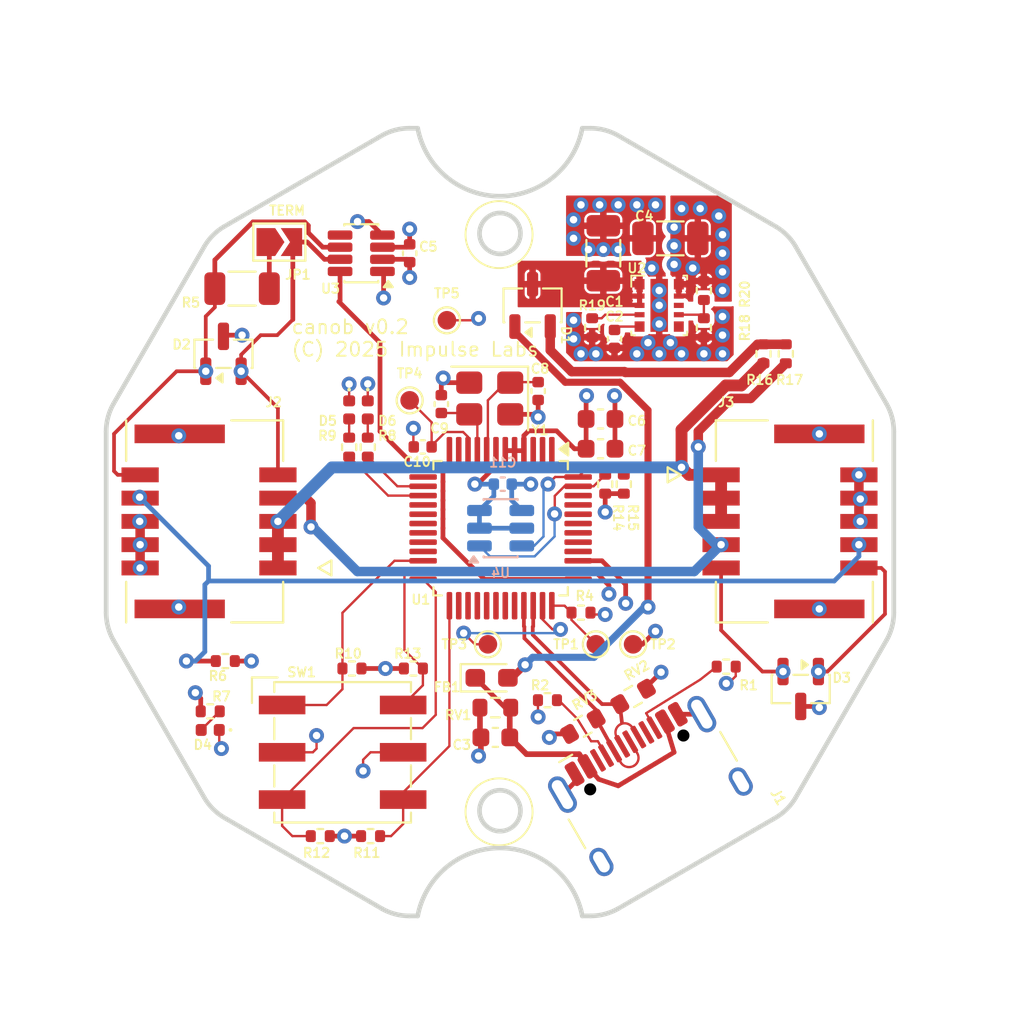
<source format=kicad_pcb>
(kicad_pcb (version 20241229) (generator "pcbnew") (generator_version "9.0")
  (layers (0 "F.Cu" signal "F.Cu Signal") (4 "In1.Cu" power "In1.Cu GND") (6 "In2.Cu" power "In2.Cu 3V3") (8 "In3.Cu" signal "In3.Cu Signal") (10 "In4.Cu" power "In4.Cu GND") (2 "B.Cu" signal "B.Cu Signal") (13 "F.Paste" user) (15 "B.Paste" user) (5 "F.SilkS" user "F.Silkscreen") (7 "B.SilkS" user "B.Silkscreen") (1 "F.Mask" user) (3 "B.Mask" user) (25 "Edge.Cuts" user))
  (net 0 "")
  (net 1 "+3V3")
  (net 2 "GND")
  (net 3 "+5V")
  (net 4 "/NRESET")
  (net 5 "/SWCLK")
  (net 6 "/RED_ANN")
  (net 7 "Net-(J1-CC2)")
  (net 8 "Net-(J1-CC1)")
  (net 9 "/GRN_ANN")
  (net 22 "/SW_B0")
  (net 23 "/SW_B1")
  (net 24 "/SW_B2")
  (net 25 "/SW_B3")
  (net 33 "/USB_N")
  (net 34 "/USB_P")
  (net 35 "/12V_PRI")
  (net 44 "/VBUS")
  (net 45 "/OSC_IN")
  (net 46 "/OSC_OUT")
  (net 47 "/CAN1_S")
  (net 48 "/CAN1_RX")
  (net 49 "/CAN1_TX")
  (net 50 "+12V")
  (net 51 "/12V_STBY")
  (net 52 "/SHIELD")
  (net 53 "/I2C_1_SCL")
  (net 54 "/I2C_1_SDA")
  (net 55 "Net-(JP1-A)")
  (net 56 "/VIN")
  (net 57 "Net-(U2-SS{slash}TR)")
  (net 58 "Net-(D4-A)")
  (net 59 "Net-(D5-A)")
  (net 60 "Net-(D6-A)")
  (net 61 "/CAN1_P")
  (net 62 "/CAN1_N")
  (net 63 "Net-(U2-FB{slash}VSET)")
  (net 64 "Net-(U2-MODE{slash}S-CONF)")
  (net 69 "Net-(U1A-PA14{slash}BOOT0)")
  (footprint "Resistor_SMD:R_0603_1608Metric" (layer "F.Cu") (at 166.6 83 180)
    (property "Reference" "RV1")
    (property "Value" "CG0603MLC-05LE")
  )
  (footprint "Package_TO_SOT_SMD:SOT-23-3" (layer "F.Cu") (at 168.6 61.4 90)
    (property "Reference" "D1")
    (property "Value" "SB05W05C")
  )
  (footprint "Button_Switch_SMD:Nidec_Copal_SH-7010A" (layer "F.Cu") (at 158.4 85.4)
    (property "Reference" "SW1")
    (property "Value" "SW_Coded_SH-7010")
  )
  (footprint "Resistor_SMD:R_0402_1005Metric" (layer "F.Cu") (at 172.5 71 90)
    (property "Reference" "R14")
    (property "Value" "2K2")
  )
  (footprint "LED_SMD:LED_0402_1005Metric" (layer "F.Cu") (at 151.29 84.2 180)
    (property "Reference" "D4")
    (property "Value" "YEL")
  )
  (footprint "Diode_SMD:D_0603_1608Metric_Pad1.05x0.95mm_HandSolder" (layer "F.Cu") (at 166.4 81.4)
    (property "Reference" "FB1")
    (property "Value" "FerriteBead_Small")
  )
  (footprint "Resistor_SMD:R_0402_1005Metric" (layer "F.Cu") (at 171.8 62.6 -90)
    (property "Reference" "R19")
    (property "Value" "40K2")
  )
  (footprint "canob:uSIP11_SIS_TEX" (layer "F.Cu") (at 175.4 61.4)
    (property "Reference" "U2")
    (property "Value" "TPSM82902SISR")
  )
  (footprint "LED_SMD:LED_0402_1005Metric" (layer "F.Cu") (at 158.75 67.0125 -90)
    (property "Reference" "D6")
    (property "Value" "GRN")
  )
  (footprint "Resistor_SMD:R_1206_3216Metric" (layer "F.Cu") (at 153 60.5 180)
    (property "Reference" "R5")
    (property "Value" "120")
  )
  (footprint "Resistor_SMD:R_0603_1608Metric" (layer "F.Cu") (at 174 82.4 30)
    (property "Reference" "RV2")
    (property "Value" "CG0603MLC-05LE")
  )
  (footprint "Capacitor_SMD:C_0402_1005Metric" (layer "F.Cu") (at 162 58.6 -90)
    (property "Reference" "C5")
    (property "Value" "100n")
  )
  (footprint "Resistor_SMD:R_0402_1005Metric" (layer "F.Cu") (at 173.5 71 90)
    (property "Reference" "R15")
    (property "Value" "2K2")
  )
  (footprint "Capacitor_SMD:C_0603_1608Metric" (layer "F.Cu") (at 166.6 84.6 180)
    (property "Reference" "C3")
    (property "Value" "10n")
  )
  (footprint "Resistor_SMD:R_0402_1005Metric" (layer "F.Cu") (at 177.8 60.6 -90)
    (property "Reference" "R20")
    (property "Value" "DNP")
  )
  (footprint "Resistor_SMD:R_0402_1005Metric" (layer "F.Cu") (at 158.75 69.0125 90)
    (property "Reference" "R9")
    (property "Value" "680")
  )
  (footprint "Package_TO_SOT_SMD:SOT-23" (layer "F.Cu") (at 152 64 90)
    (property "Reference" "D2")
    (property "Value" "NUP2105L")
  )
  (footprint "molex_microlock_plus:MOLEX_5054481071" (layer "F.Cu") (at 151.2 73 -90)
    (property "Reference" "J2")
    (property "Value" "5054481071")
  )
  (footprint "Package_QFP:LQFP-48_7x7mm_P0.5mm" (layer "F.Cu") (at 166.88455 73.365 -90)
    (property "Reference" "U1")
    (property "Value" "STM32G0B1CBT")
  )
  (footprint "Package_TO_SOT_SMD:TSOT-23-8" (layer "F.Cu") (at 159.4 58.6 180)
    (property "Reference" "U3")
    (property "Value" "TCAN330G")
  )
  (footprint "TestPoint:TestPoint_Pad_D1.0mm" (layer "F.Cu") (at 162 66.5)
    (property "Reference" "TP4")
    (property "Value" "TestPoint_Small")
  )
  (footprint "Resistor_SMD:R_0402_1005Metric" (layer "F.Cu") (at 159.9 89.9)
    (property "Reference" "R11")
    (property "Value" "10K")
  )
  (footprint "Capacitor_SMD:C_1206_3216Metric" (layer "F.Cu") (at 172.4 58.6 90)
    (property "Reference" "C1")
    (property "Value" "10u X7R 50V")
  )
  (footprint "molex_microlock_plus:MOLEX_5054481071" (layer "F.Cu") (at 182.45 73 90)
    (property "Reference" "J3")
    (property "Value" "5054481071")
  )
  (footprint "Resistor_SMD:R_0402_1005Metric" (layer "F.Cu") (at 179 80.8)
    (property "Reference" "R1")
    (property "Value" "5K1")
  )
  (footprint "Resistor_SMD:R_0402_1005Metric" (layer "F.Cu") (at 159.75 69.0125 90)
    (property "Reference" "R8")
    (property "Value" "1K0")
  )
  (footprint "Jumper:SolderJumper-2_P1.3mm_Open_TrianglePad1.0x1.5mm" (layer "F.Cu") (at 155 58)
    (property "Reference" "JP1")
    (property "Value" "SolderJumper_2_Open")
  )
  (footprint "TestPoint:TestPoint_Pad_D1.0mm" (layer "F.Cu") (at 164 62.2)
    (property "Reference" "TP5")
    (property "Value" "TestPoint_Small")
  )
  (footprint "Resistor_SMD:R_0402_1005Metric" (layer "F.Cu") (at 182.2 64 -90)
    (property "Reference" "R17")
    (property "Value" "0")
  )
  (footprint "TestPoint:TestPoint_Pad_D1.0mm" (layer "F.Cu") (at 172 79.6)
    (property "Reference" "TP1")
    (property "Value" "TestPoint_Small")
  )
  (footprint "Resistor_SMD:R_0402_1005Metric" (layer "F.Cu") (at 162.2 80.9)
    (property "Reference" "R13")
    (property "Value" "10K")
  )
  (footprint "Capacitor_SMD:C_0402_1005Metric" (layer "F.Cu") (at 163.7 66.7 90)
    (property "Reference" "C9")
    (property "Value" "6.2p C0G")
  )
  (footprint "Resistor_SMD:R_0603_1608Metric" (layer "F.Cu") (at 171.3 84 -150)
    (property "Reference" "RV3")
    (property "Value" "CG0603MLC-05LE")
  )
  (footprint "Crystal:Crystal_SMD_3225-4Pin_3.2x2.5mm" (layer "F.Cu") (at 166.3 66.4 180)
    (property "Reference" "Y1")
    (property "Value" "Crystal_GND24_Small")
  )
  (footprint "Resistor_SMD:R_0402_1005Metric" (layer "F.Cu") (at 157.2 89.9 180)
    (property "Reference" "R12")
    (property "Value" "10K")
  )
  (footprint "Capacitor_SMD:C_0402_1005Metric" (layer "F.Cu") (at 162.7 69 180)
    (property "Reference" "C10")
    (property "Value" "100n")
  )
  (footprint "Capacitor_SMD:C_0402_1005Metric" (layer "F.Cu") (at 168.9 66 -90)
    (property "Reference" "C8")
    (property "Value" "6.2p C0G")
  )
  (footprint "Resistor_SMD:R_0402_1005Metric" (layer "F.Cu") (at 171.2 77.9)
    (property "Reference" "R4")
    (property "Value" "10K")
  )
  (footprint "Resistor_SMD:R_0402_1005Metric" (layer "F.Cu") (at 151.29 83.2)
    (property "Reference" "R7")
    (property "Value" "2K2")
  )
  (footprint "Resistor_SMD:R_0402_1005Metric" (layer "F.Cu") (at 158.9 80.9 180)
    (property "Reference" "R10")
    (property "Value" "10K")
  )
  (footprint "Resistor_SMD:R_0402_1005Metric" (layer "F.Cu") (at 181 64 90)
    (property "Reference" "R16")
    (property "Value" "0")
  )
  (footprint "Resistor_SMD:R_0402_1005Metric" (layer "F.Cu") (at 177.8 62.6 -90)
    (property "Reference" "R18")
    (property "Value" "DNP")
  )
  (footprint "LED_SMD:LED_0402_1005Metric" (layer "F.Cu") (at 159.75 67.0125 -90)
    (property "Reference" "D5")
    (property "Value" "RED")
  )
  (footprint "TestPoint:TestPoint_Pad_D1.0mm" (layer "F.Cu") (at 174 79.6)
    (property "Reference" "TP2")
    (property "Value" "TestPoint_Small")
  )
  (footprint "Resistor_SMD:R_0402_1005Metric" (layer "F.Cu") (at 152.1 80.5)
    (property "Reference" "R6")
    (property "Value" "0/DNI")
  )
  (footprint "Connector_USB:USB_C_Receptacle_HCTL_HC-TYPE-C-16P-01A" (layer "F.Cu") (at 175.5 88.2 30)
    (property "Reference" "J1")
    (property "Value" "USB_C_Receptacle_USB2.0")
  )
  (footprint "Package_TO_SOT_SMD:SOT-23" (layer "F.Cu") (at 183 82 -90)
    (property "Reference" "D3")
    (property "Value" "NUP2105L")
  )
  (footprint "TestPoint:TestPoint_Pad_D1.0mm" (layer "F.Cu") (at 166.2 79.6)
    (property "Reference" "TP3")
    (property "Value" "TestPoint_Small")
  )
  (footprint "Resistor_SMD:R_0402_1005Metric" (layer "F.Cu") (at 169.4 82.6 180)
    (property "Reference" "R2")
    (property "Value" "5K1")
  )
  (footprint "Capacitor_SMD:C_0603_1608Metric" (layer "F.Cu") (at 172.25 69.1)
    (property "Reference" "C7")
    (property "Value" "100n")
  )
  (footprint "Capacitor_SMD:C_0603_1608Metric" (layer "F.Cu") (at 172.25 67.5)
    (property "Reference" "C6")
    (property "Value" "4u7")
  )
  (footprint "Capacitor_SMD:C_0402_1005Metric" (layer "F.Cu") (at 173 63.2 -90)
    (property "Reference" "C2")
    (property "Value" "DNP")
  )
  (footprint "Capacitor_SMD:C_1206_3216Metric" (layer "F.Cu") (at 176 57.8 180)
    (property "Reference" "C4")
    (property "Value" "22u X7R 10V")
  )
  (footprint "Capacitor_SMD:C_0402_1005Metric" (layer "B.Cu") (at 167 71 180)
    (property "Reference" "C11")
    (property "Value" "100n")
  )
  (footprint "Package_TO_SOT_SMD:SOT-23-6" (layer "B.Cu") (at 166.88455 73.365)
    (property "Reference" "U4")
    (property "Value" "TLV493D")
  )
  (gr_circle (center 166.8 57.6) (end 168.6 57.6) (stroke (width 0.1)) (fill no) (layer "F.SilkS"))
  (gr_circle (center 166.8 88.6) (end 168.6 88.6) (stroke (width 0.1)) (fill no) (layer "F.SilkS"))
  (gr_line (start 162.431008 94.186725) (end 161.986726 94.186725) (stroke (width 0.25)) (layer "Edge.Cuts"))
  (gr_line (start 187.598035 66.673376) (end 182.734802 58.25001) (stroke (width 0.25)) (layer "Edge.Cuts"))
  (gr_arc (start 162.431008 94.186725) (mid 166.85 90.536725) (end 171.268992 94.186725) (stroke (width 0.25)) (layer "Edge.Cuts"))
  (gr_arc (start 187.598035 66.673376) (mid 187.897772 67.396991) (end 188 68.181271) (stroke (width 0.25)) (layer "Edge.Cuts"))
  (gr_line (start 145.7 77.9) (end 145.7 68.173451) (stroke (width 0.25)) (layer "Edge.Cuts"))
  (gr_line (start 188 68.181271) (end 188 77.900025) (stroke (width 0.25)) (layer "Edge.Cuts"))
  (gr_line (start 162.431008 51.886725) (end 161.986725 51.886725) (stroke (width 0.25)) (layer "Edge.Cuts"))
  (gr_arc (start 182.734802 87.82344) (mid 182.258041 88.444766) (end 181.636715 88.921527) (stroke (width 0.25)) (layer "Edge.Cuts"))
  (gr_circle (center 166.85 57.536725) (end 167.95 57.536725) (stroke (width 0.25)) (fill no) (layer "Edge.Cuts"))
  (gr_circle (center 166.85 88.536725) (end 167.95 88.536725) (stroke (width 0.25)) (fill no) (layer "Edge.Cuts"))
  (gr_line (start 160.486718 93.784799) (end 152.06327 88.921519) (stroke (width 0.25)) (layer "Edge.Cuts"))
  (gr_line (start 150.965206 87.823454) (end 146.101925 79.400005) (stroke (width 0.25)) (layer "Edge.Cuts"))
  (gr_line (start 150.965206 58.249995) (end 146.101926 66.673443) (stroke (width 0.25)) (layer "Edge.Cuts"))
  (gr_arc (start 171.268992 51.886725) (mid 166.85 55.536725) (end 162.431008 51.886725) (stroke (width 0.25)) (layer "Edge.Cuts"))
  (gr_line (start 181.636715 57.151923) (end 173.213278 52.288649) (stroke (width 0.25)) (layer "Edge.Cuts"))
  (gr_line (start 187.598076 79.400003) (end 182.734802 87.82344) (stroke (width 0.25)) (layer "Edge.Cuts"))
  (gr_arc (start 152.06327 88.921519) (mid 151.441957 88.444768) (end 150.965206 87.823454) (stroke (width 0.25)) (layer "Edge.Cuts"))
  (gr_arc (start 145.7 68.173451) (mid 145.802223 67.39699) (end 146.101926 66.673443) (stroke (width 0.25)) (layer "Edge.Cuts"))
  (gr_arc (start 188 77.900025) (mid 187.897783 78.676462) (end 187.598076 79.400003) (stroke (width 0.25)) (layer "Edge.Cuts"))
  (gr_line (start 171.7133 51.886725) (end 171.268992 51.886725) (stroke (width 0.25)) (layer "Edge.Cuts"))
  (gr_line (start 181.636715 88.921527) (end 173.213319 93.784777) (stroke (width 0.25)) (layer "Edge.Cuts"))
  (gr_arc (start 160.48672 52.28865) (mid 161.210265 51.988948) (end 161.986725 51.886725) (stroke (width 0.25)) (layer "Edge.Cuts"))
  (gr_arc (start 161.986726 94.186725) (mid 161.210265 94.084502) (end 160.486718 93.784799) (stroke (width 0.25)) (layer "Edge.Cuts"))
  (gr_line (start 160.48672 52.28865) (end 152.063271 57.151931) (stroke (width 0.25)) (layer "Edge.Cuts"))
  (gr_line (start 171.71324 94.186725) (end 171.268992 94.186725) (stroke (width 0.25)) (layer "Edge.Cuts"))
  (gr_arc (start 171.7133 51.886725) (mid 172.489737 51.988942) (end 173.213278 52.288649) (stroke (width 0.25)) (layer "Edge.Cuts"))
  (gr_arc (start 181.636715 57.151923) (mid 182.258041 57.628684) (end 182.734802 58.25001) (stroke (width 0.25)) (layer "Edge.Cuts"))
  (gr_arc (start 150.965206 58.249995) (mid 151.441957 57.628682) (end 152.063271 57.151931) (stroke (width 0.25)) (layer "Edge.Cuts"))
  (gr_arc (start 146.101925 79.400005) (mid 145.802223 78.67646) (end 145.7 77.9) (stroke (width 0.25)) (layer "Edge.Cuts"))
  (gr_arc (start 173.213319 93.784777) (mid 172.489734 94.084497) (end 171.71324 94.186725) (stroke (width 0.25)) (layer "Edge.Cuts"))
  (gr_text "TERM" (at 154.4 56.6 0) (layer "F.SilkS") (effects (font (size 0.5 0.5) (thickness 0.1) (bold yes)) (justify left bottom)))
  (gr_text "canob v0.2\n(C) 2025 Impulse Labs" (at 155.6 64.2 0) (layer "F.SilkS") (effects (font (size 0.75 0.75) (thickness 0.1)) (justify left bottom)))
  (segment (start 150.49 82.2) (end 150.49 82.22) (width 0.254) (layer "F.Cu") (net 1))
  (segment (start 171.475 67.5) (end 171.475 66.275) (width 0.254) (layer "F.Cu") (net 1))
  (segment (start 168.388772 68.138772) (end 168.390543 68.137) (width 0.254) (layer "F.Cu") (net 1))
  (segment (start 168.134549 68.392994) (end 168.388772 68.138772) (width 0.254) (layer "F.Cu") (net 1))
  (segment (start 171.475 69.1) (end 171.475 67.5) (width 0.254) (layer "F.Cu") (net 1))
  (segment (start 167.13455 69.2025) (end 167.63455 69.2025) (width 0.254) (layer "F.Cu") (net 1))
  (segment (start 174 79.6) (end 174.5 79.6) (width 0.254) (layer "F.Cu") (net 1))
  (segment (start 161.69 80.9) (end 160.7 80.9) (width 0.254) (layer "F.Cu") (net 1))
  (segment (start 173.5 71.51) (end 172.5 71.51) (width 0.254) (layer "F.Cu") (net 1))
  (segment (start 168.134549 69.2025) (end 168.134549 68.392994) (width 0.254) (layer "F.Cu") (net 1))
  (segment (start 167.13455 69.2025) (end 168.134549 69.2025) (width 0.254) (layer "F.Cu") (net 1))
  (segment (start 162 57.3) (end 162 58.12) (width 0.254) (layer "F.Cu") (net 1))
  (segment (start 150.78 82.51) (end 150.78 83.2) (width 0.254) (layer "F.Cu") (net 1))
  (segment (start 161.845 58.275) (end 162 58.12) (width 0.254) (layer "F.Cu") (net 1))
  (segment (start 159.39 89.9) (end 158.5 89.9) (width 0.254) (layer "F.Cu") (net 1))
  (segment (start 157.71 89.9) (end 158.5 89.9) (width 0.254) (layer "F.Cu") (net 1))
  (segment (start 170.85 69.1) (end 171.475 69.1) (width 0.254) (layer "F.Cu") (net 1))
  (segment (start 171.475 66.275) (end 171.5 66.25) (width 0.254) (layer "F.Cu") (net 1))
  (segment (start 160.5375 58.275) (end 161.845 58.275) (width 0.254) (layer "F.Cu") (net 1))
  (segment (start 159.41 80.9) (end 160.7 80.9) (width 0.254) (layer "F.Cu") (net 1))
  (segment (start 174.5 79.6) (end 175.2 78.9) (width 0.254) (layer "F.Cu") (net 1))
  (segment (start 168.388772 68.138772) (end 168.390544 68.137) (width 0.254) (layer "F.Cu") (net 1))
  (segment (start 172.5 71.51) (end 172.5 72.5) (width 0.254) (layer "F.Cu") (net 1))
  (segment (start 150.49 82.22) (end 150.78 82.51) (width 0.254) (layer "F.Cu") (net 1))
  (segment (start 168.390544 68.137) (end 169.887 68.137) (width 0.254) (layer "F.Cu") (net 1))
  (segment (start 169.887 68.137) (end 170.85 69.1) (width 0.254) (layer "F.Cu") (net 1))
  (via (at 175.2 78.9) (size 0.8) (drill 0.4) (layers "F.Cu" "B.Cu") (net 1))
  (via (at 171.5 66.25) (size 0.8) (drill 0.4) (layers "F.Cu" "B.Cu") (net 1))
  (via (at 162 57.3) (size 0.8) (drill 0.4) (layers "F.Cu" "B.Cu") (net 1))
  (via (at 150.49 82.2) (size 0.8) (drill 0.4) (layers "F.Cu" "B.Cu") (net 1))
  (via (at 168.5 71) (size 0.8) (drill 0.4) (layers "F.Cu" "B.Cu") (net 1))
  (via (at 176.2 59.2) (size 0.8) (drill 0.4) (layers "F.Cu" "B.Cu") (net 1))
  (via (at 178.8 60.6) (size 0.8) (drill 0.4) (layers "F.Cu" "B.Cu") (net 1))
  (via (at 177.2 59.4) (size 0.8) (drill 0.4) (layers "F.Cu" "B.Cu") (net 1))
  (via (at 176.6 56.2) (size 0.8) (drill 0.4) (layers "F.Cu" "B.Cu") (net 1))
  (via (at 178.8 57.6) (size 0.8) (drill 0.4) (layers "F.Cu" "B.Cu") (net 1))
  (via (at 176.2 57.2) (size 0.8) (drill 0.4) (layers "F.Cu" "B.Cu") (net 1))
  (via (at 178.8 58.6) (size 0.8) (drill 0.4) (layers "F.Cu" "B.Cu") (net 1))
  (via (at 178.8 59.6) (size 0.8) (drill 0.4) (layers "F.Cu" "B.Cu") (net 1))
  (via (at 176.2 58.2) (size 0.8) (drill 0.4) (layers "F.Cu" "B.Cu") (net 1))
  (via (at 160.7 80.9) (size 0.8) (drill 0.4) (layers "F.Cu" "B.Cu") (net 1))
  (via (at 178.6 56.6) (size 0.8) (drill 0.4) (layers "F.Cu" "B.Cu") (net 1))
  (via (at 172.5 72.5) (size 0.8) (drill 0.4) (layers "F.Cu" "B.Cu") (net 1))
  (via (at 158.5 89.9) (size 0.8) (drill 0.4) (layers "F.Cu" "B.Cu") (net 1))
  (via (at 177.6 56.2) (size 0.8) (drill 0.4) (layers "F.Cu" "B.Cu") (net 1))
  (segment (start 167.48 71) (end 168.5 71) (width 0.254) (layer "B.Cu") (net 1))
  (segment (start 167.48 71.87295) (end 168.02205 72.415) (width 0.254) (layer "B.Cu") (net 1))
  (segment (start 167.48 71.87295) (end 167.48 71) (width 0.254) (layer "B.Cu") (net 1))
  (segment (start 166.634549 70.012009) (end 165.646558 71) (width 0.254) (layer "F.Cu") (net 2))
  (segment (start 159.5 85.8) (end 159.5 86.4) (width 0.127) (layer "F.Cu") (net 2))
  (segment (start 164 62.2) (end 165.6 62.2) (width 0.127) (layer "F.Cu") (net 2))
  (segment (start 152.0625 63) (end 152 63.0625) (width 0.254) (layer "F.Cu") (net 2))
  (segment (start 165.6 62.2) (end 165.7 62.1) (width 0.127) (layer "F.Cu") (net 2))
  (segment (start 153 63) (end 152.0625 63) (width 0.254) (layer "F.Cu") (net 2))
  (segment (start 161.845 58.925) (end 162 59.08) (width 0.254) (layer "F.Cu") (net 2))
  (segment (start 159.75 66.5275) (end 159.75 65.6125) (width 0.127) (layer "F.Cu") (net 2))
  (segment (start 162.2 68) (end 162.2 68.98) (width 0.127) (layer "F.Cu") (net 2))
  (segment (start 166.634549 69.2025) (end 166.634549 70.012009) (width 0.254) (layer "F.Cu") (net 2))
  (segment (start 179 81.7) (end 179.12 81.7) (width 0.127) (layer "F.Cu") (net 2))
  (segment (start 147.525 73) (end 147.525 74.25) (width 0.508) (layer "F.Cu") (net 2))
  (segment (start 174.714471 81.885529) (end 175.5 81.1) (width 0.254) (layer "F.Cu") (net 2))
  (segment (start 158.75 66.5425) (end 158.75 65.6275) (width 0.127) (layer "F.Cu") (net 2))
  (segment (start 168.75 67.25) (end 168.9 67.4) (width 0.254) (layer "F.Cu") (net 2))
  (segment (start 184 83) (end 183.9375 82.9375) (width 0.254) (layer "F.Cu") (net 2))
  (segment (start 155.15 85.4) (end 156.8 85.4) (width 0.127) (layer "F.Cu") (net 2))
  (segment (start 159.9 85.4) (end 159.5 85.8) (width 0.127) (layer "F.Cu") (net 2))
  (segment (start 165.825 84.6) (end 165.825 85.475) (width 0.3048) (layer "F.Cu") (net 2))
  (segment (start 162 59.08) (end 162 59.9) (width 0.254) (layer "F.Cu") (net 2))
  (segment (start 165.775 83) (end 165.775 84.55) (width 0.3048) (layer "F.Cu") (net 2))
  (segment (start 157 85.2) (end 157 84.5) (width 0.127) (layer "F.Cu") (net 2))
  (segment (start 163.7 65.4) (end 163.8 65.3) (width 0.254) (layer "F.Cu") (net 2))
  (segment (start 156.8 85.4) (end 157 85.2) (width 0.127) (layer "F.Cu") (net 2))
  (segment (start 179.51 81.31) (end 179.51 80.8) (width 0.127) (layer "F.Cu") (net 2))
  (segment (start 179.12 81.7) (end 179.51 81.31) (width 0.127) (layer "F.Cu") (net 2))
  (segment (start 171.81 78) (end 171.71 77.9) (width 0.127) (layer "F.Cu") (net 2))
  (segment (start 165.775 84.55) (end 165.825 84.6) (width 0.3048) (layer "F.Cu") (net 2))
  (segment (start 173.025 69.1) (end 173.025 67.5) (width 0.254) (layer "F.Cu") (net 2))
  (segment (start 161.65 85.4) (end 159.9 85.4) (width 0.127) (layer "F.Cu") (net 2))
  (segment (start 170.585529 84.4125) (end 169.6875 84.4125) (width 0.254) (layer "F.Cu") (net 2))
  (segment (start 176.398781 83.356735) (end 177.682986 83.356735) (width 0.254) (layer "F.Cu") (net 2))
  (segment (start 183.9375 82.9375) (end 183 82.9375) (width 0.254) (layer "F.Cu") (net 2))
  (segment (start 160.5375 58.925) (end 161.845 58.925) (width 0.254) (layer "F.Cu") (net 2))
  (segment (start 147.525 74.25) (end 147.525 75.5) (width 0.508) (layer "F.Cu") (net 2))
  (segment (start 186.125 71.75) (end 186.125 73) (width 0.508) (layer "F.Cu") (net 2))
  (segment (start 165.825 85.475) (end 165.7 85.6) (width 0.3048) (layer "F.Cu") (net 2))
  (segment (start 168.89 82.6) (end 168.89 83.49) (width 0.127) (layer "F.Cu") (net 2))
  (segment (start 170.856219 87.021042) (end 170.20627 87.670991) (width 0.254) (layer "F.Cu") (net 2))
  (segment (start 168.89 83.49) (end 168.9 83.5) (width 0.127) (layer "F.Cu") (net 2))
  (segment (start 162.2 68.98) (end 162.22 69) (width 0.127) (layer "F.Cu") (net 2))
  (segment (start 173.025 67.5) (end 173.025 66.275) (width 0.254) (layer "F.Cu") (net 2))
  (segment (start 172.5 78) (end 172.5 78.1) (width 0.127) (layer "F.Cu") (net 2))
  (segment (start 151.775 84.2) (end 151.775 85.085) (width 0.127) (layer "F.Cu") (net 2))
  (segment (start 152.61 80.5) (end 153.5 80.5) (width 0.254) (layer "F.Cu") (net 2))
  (segment (start 170.856219 86.556735) (end 170.856219 87.021042) (width 0.254) (layer "F.Cu") (net 2))
  (segment (start 186.125 70.5) (end 186.125 71.75) (width 0.508) (layer "F.Cu") (net 2))
  (segment (start 164.05 65.55) (end 163.8 65.3) (width 0.254) (layer "F.Cu") (net 2))
  (segment (start 165.646558 71) (end 165.5 71) (width 0.254) (layer "F.Cu") (net 2))
  (segment (start 173.025 66.275) (end 173 66.25) (width 0.254) (layer "F.Cu") (net 2))
  (segment (start 151.775 85.085) (end 151.89 85.2) (width 0.127) (layer "F.Cu") (net 2))
  (segment (start 169.6875 84.4125) (end 169.5 84.6) (width 0.254) (layer "F.Cu") (net 2))
  (segment (start 172.5 78) (end 171.81 78) (width 0.127) (layer "F.Cu") (net 2))
  (segment (start 165.2 65.55) (end 164.05 65.55) (width 0.254) (layer "F.Cu") (net 2))
  (segment (start 167.4 67.25) (end 168.75 67.25) (width 0.254) (layer "F.Cu") (net 2))
  (segment (start 168.9 66.48) (end 168.9 67.4) (width 0.254) (layer "F.Cu") (net 2))
  (segment (start 174.714471 81.9875) (end 174.714471 81.885529) (width 0.254) (layer "F.Cu") (net 2))
  (segment (start 177.682986 83.356735) (end 177.68873 83.350991) (width 0.254) (layer "F.Cu") (net 2))
  (segment (start 163.7 66.22) (end 163.7 65.4) (width 0.254) (layer "F.Cu") (net 2))
  (via (at 177.8 64) (size 0.8) (drill 0.4) (layers "F.Cu" "B.Cu") (net 2))
  (via (at 159.75 65.6125) (size 0.8) (drill 0.4) (layers "F.Cu" "B.Cu") (net 2))
  (via (at 186.2 73) (size 0.8) (drill 0.4) (layers "F.Cu" "B.Cu") (net 2))
  (via (at 163.8 65.3) (size 0.8) (drill 0.4) (layers "F.Cu" "B.Cu") (net 2))
  (via (at 170.8 62.2) (size 0.8) (drill 0.4) (layers "F.Cu" "B.Cu") (net 2))
  (via (at 149.6 68.4) (size 0.8) (drill 0.4) (layers "F.Cu" "B.Cu") (net 2))
  (via (at 170.8 56.8) (size 0.8) (drill 0.4) (layers "F.Cu" "B.Cu") (net 2))
  (via (at 162.2 68) (size 0.8) (drill 0.4) (layers "F.Cu" "B.Cu") (net 2))
  (via (at 165.7 85.6) (size 0.8) (drill 0.4) (layers "F.Cu" "B.Cu") (net 2))
  (via (at 173 66.25) (size 0.8) (drill 0.4) (layers "F.Cu" "B.Cu") (net 2))
  (via (at 151.89 85.2) (size 0.8) (drill 0.4) (layers "F.Cu" "B.Cu") (net 2))
  (via (at 170.8 57.8) (size 0.8) (drill 0.4) (layers "F.Cu" "B.Cu") (net 2))
  (via (at 172 64) (size 0.8) (drill 0.4) (layers "F.Cu" "B.Cu") (net 2))
  (via (at 186.2 71.8) (size 0.8) (drill 0.4) (layers "F.Cu" "B.Cu") (net 2))
  (via (at 171.2 56) (size 0.8) (drill 0.4) (layers "F.Cu" "B.Cu") (net 2))
  (via (at 174.2 64) (size 0.8) (drill 0.4) (layers "F.Cu" "B.Cu") (net 2))
  (via (at 173.2 58.4) (size 0.8) (drill 0.4) (layers "F.Cu" "B.Cu") (net 2))
  (via (at 174.2 56) (size 0.8) (drill 0.4) (layers "F.Cu" "B.Cu") (net 2))
  (via (at 165.5 71) (size 0.8) (drill 0.4) (layers "F.Cu" "B.Cu") (net 2))
  (via (at 158.75 65.6275) (size 0.8) (drill 0.4) (layers "F.Cu" "B.Cu") (net 2))
  (via (at 147.525 74.25) (size 0.8) (drill 0.4) (layers "F.Cu" "B.Cu") (net 2))
  (via (at 157 84.5) (size 0.8) (drill 0.4) (layers "F.Cu" "B.Cu") (net 2))
  (via (at 176.6 64) (size 0.8) (drill 0.4) (layers "F.Cu" "B.Cu") (net 2))
  (via (at 176 63.4) (size 0.8) (drill 0.4) (layers "F.Cu" "B.Cu") (net 2))
  (via (at 174.8 63.4) (size 0.8) (drill 0.4) (layers "F.Cu" "B.Cu") (net 2))
  (via (at 173.2 56) (size 0.8) (drill 0.4) (layers "F.Cu" "B.Cu") (net 2))
  (via (at 149.6 77.6) (size 0.8) (drill 0.4) (layers "F.Cu" "B.Cu") (net 2))
  (via (at 165.7 62.1) (size 0.8) (drill 0.4) (layers "F.Cu" "B.Cu") (net 2))
  (via (at 175.4 64) (size 0.8) (drill 0.4) (layers "F.Cu" "B.Cu") (net 2))
  (via (at 175.2 56) (size 0.8) (drill 0.4) (layers "F.Cu" "B.Cu") (net 2))
  (via (at 169.5 84.6) (size 0.8) (drill 0.4) (layers "F.Cu" "B.Cu") (net 2))
  (via (at 175.4 62.4) (size 0.8) (drill 0.4) (layers "F.Cu" "B.Cu") (net 2))
  (via (at 159.5 86.4) (size 0.8) (drill 0.4) (layers "F.Cu" "B.Cu") (net 2))
  (via (at 171.2 64) (size 0.8) (drill 0.4) (layers "F.Cu" "B.Cu") (net 2))
  (via (at 172.4 58.4) (size 0.8) (drill 0.4) (layers "F.Cu" "B.Cu") (net 2))
  (via (at 147.5 73) (size 0.8) (drill 0.4) (layers "F.Cu" "B.Cu") (net 2))
  (via (at 186.125 70.5) (size 0.8) (drill 0.4) (layers "F.Cu" "B.Cu") (net 2))
  (via (at 175.4 61.4) (size 0.8) (drill 0.4) (layers "F.Cu" "B.Cu") (net 2))
  (via (at 153.5 80.5) (size 0.8) (drill 0.4) (layers "F.Cu" "B.Cu") (net 2))
  (via (at 168.9 67.4) (size 0.8) (drill 0.4) (layers "F.Cu" "B.Cu") (net 2))
  (via (at 168.9 83.5) (size 0.8) (drill 0.4) (layers "F.Cu" "B.Cu") (net 2))
  (via (at 162 59.9) (size 0.8) (drill 0.4) (layers "F.Cu" "B.Cu") (net 2))
  (via (at 178.8 64) (size 0.8) (drill 0.4) (layers "F.Cu" "B.Cu") (net 2))
  (via (at 184 77.7) (size 0.8) (drill 0.4) (layers "F.Cu" "B.Cu") (net 2))
  (via (at 184 68.3) (size 0.8) (drill 0.4) (layers "F.Cu" "B.Cu") (net 2))
  (via (at 172.2 56) (size 0.8) (drill 0.4) (layers "F.Cu" "B.Cu") (net 2))
  (via (at 175.4 60.6) (size 0.8) (drill 0.4) (layers "F.Cu" "B.Cu") (net 2))
  (via (at 171.6 58.4) (size 0.8) (drill 0.4) (layers "F.Cu" "B.Cu") (net 2))
  (via (at 179 81.7) (size 0.8) (drill 0.4) (layers "F.Cu" "B.Cu") (net 2))
  (via (at 170.8 63.2) (size 0.8) (drill 0.4) (layers "F.Cu" "B.Cu") (net 2))
  (via (at 175.5 81.1) (size 0.8) (drill 0.4) (layers "F.Cu" "B.Cu") (net 2))
  (via (at 153 63) (size 0.8) (drill 0.4) (layers "F.Cu" "B.Cu") (net 2))
  (via (at 184 83) (size 0.8) (drill 0.4) (layers "F.Cu" "B.Cu") (net 2))
  (via (at 178.8 62) (size 0.8) (drill 0.4) (layers "F.Cu" "B.Cu") (net 2))
  (via (at 172.5 78) (size 0.8) (drill 0.4) (layers "F.Cu" "B.Cu") (net 2))
  (via (at 175 59.4) (size 0.8) (drill 0.4) (layers "F.Cu" "B.Cu") (net 2))
  (via (at 147.525 75.5) (size 0.8) (drill 0.4) (layers "F.Cu" "B.Cu") (net 2))
  (via (at 178.8 63) (size 0.8) (drill 0.4) (layers "F.Cu" "B.Cu") (net 2))
  (segment (start 165.74705 73.365) (end 168.02205 73.365) (width 0.254) (layer "B.Cu") (net 2))
  (segment (start 166.52 71.64205) (end 165.74705 72.415) (width 0.254) (layer "B.Cu") (net 2))
  (segment (start 165.74705 72.415) (end 165.74705 73.365) (width 0.254) (layer "B.Cu") (net 2))
  (segment (start 166.52 71) (end 166.52 71.64205) (width 0.254) (layer "B.Cu") (net 2))
  (segment (start 166.52 71) (end 165.5 71) (width 0.254) (layer "B.Cu") (net 2))
  (segment (start 170.355856 65.5285) (end 173.298856 65.5285) (width 0.381) (layer "F.Cu") (net 3))
  (segment (start 174.8 67.029644) (end 174.8 77.6) (width 0.381) (layer "F.Cu") (net 3))
  (segment (start 167.5 81.4) (end 167.275 81.4) (width 0.381) (layer "F.Cu") (net 3))
  (segment (start 170.355856 65.5285) (end 167.65 62.822644) (width 0.381) (layer "F.Cu") (net 3))
  (segment (start 167.65 62.822644) (end 167.65 62.5375) (width 0.381) (layer "F.Cu") (net 3))
  (segment (start 168.2 80.7) (end 167.5 81.4) (width 0.381) (layer "F.Cu") (net 3))
  (segment (start 173.298856 65.5285) (end 174.8 67.029644) (width 0.381) (layer "F.Cu") (net 3))
  (via (at 174.8 77.6) (size 0.8) (drill 0.4) (layers "F.Cu" "B.Cu") (net 3))
  (via (at 168.2 80.7) (size 0.8) (drill 0.4) (layers "F.Cu" "B.Cu") (net 3))
  (segment (start 174.6 77.6) (end 174.8 77.6) (width 0.381) (layer "B.Cu") (net 3))
  (segment (start 168.6 80.3) (end 171.9 80.3) (width 0.381) (layer "B.Cu") (net 3))
  (segment (start 171.9 80.3) (end 174.6 77.6) (width 0.381) (layer "B.Cu") (net 3))
  (segment (start 168.2 80.7) (end 168.6 80.3) (width 0.381) (layer "B.Cu") (net 3))
  (segment (start 163.18 67.68) (end 162 66.5) (width 0.127) (layer "F.Cu") (net 4))
  (segment (start 163.916846 68.2005) (end 164.870048 68.2005) (width 0.127) (layer "F.Cu") (net 4))
  (segment (start 163.18 68.937346) (end 163.916846 68.2005) (width 0.127) (layer "F.Cu") (net 4))
  (segment (start 165.134549 68.465001) (end 165.134549 69.2025) (width 0.127) (layer "F.Cu") (net 4))
  (segment (start 163.18 69) (end 163.18 67.68) (width 0.127) (layer "F.Cu") (net 4))
  (segment (start 164.870048 68.2005) (end 165.134549 68.465001) (width 0.127) (layer "F.Cu") (net 4))
  (segment (start 163.18 69) (end 163.18 68.937346) (width 0.127) (layer "F.Cu") (net 4))
  (segment (start 166.2 79.6) (end 165.5 79.6) (width 0.127) (layer "F.Cu") (net 5))
  (segment (start 170.69 78.29) (end 172 79.6) (width 0.127) (layer "F.Cu") (net 5))
  (segment (start 169.13455 78.264999) (end 169.13455 77.5275) (width 0.127) (layer "F.Cu") (net 5))
  (segment (start 165.5 79.6) (end 164.9 79) (width 0.127) (layer "F.Cu") (net 5))
  (segment (start 170.3175 77.5275) (end 170.69 77.9) (width 0.127) (layer "F.Cu") (net 5))
  (segment (start 169.669551 78.8) (end 169.13455 78.264999) (width 0.127) (layer "F.Cu") (net 5))
  (segment (start 169.63455 77.5275) (end 170.3175 77.5275) (width 0.127) (layer "F.Cu") (net 5))
  (segment (start 170.69 77.9) (end 170.69 78.29) (width 0.127) (layer "F.Cu") (net 5))
  (segment (start 170.1 78.8) (end 169.669551 78.8) (width 0.127) (layer "F.Cu") (net 5))
  (via (at 170.1 78.8) (size 0.8) (drill 0.4) (layers "F.Cu" "B.Cu") (net 5))
  (via (at 164.9 79) (size 0.8) (drill 0.4) (layers "F.Cu" "B.Cu") (net 5))
  (segment (start 170.1 78.8) (end 169.9 79) (width 0.127) (layer "B.Cu") (net 5))
  (segment (start 169.9 79) (end 164.9 79) (width 0.127) (layer "B.Cu") (net 5))
  (segment (start 162.72205 71.115) (end 161.3425 71.115) (width 0.127) (layer "F.Cu") (net 6))
  (segment (start 161.3425 71.115) (end 159.75 69.5225) (width 0.127) (layer "F.Cu") (net 6))
  (segment (start 175.143044 84.081735) (end 174.7 83.3) (width 0.127) (layer "F.Cu") (net 7))
  (segment (start 174.7 83.3) (end 177.6 81.5) (width 0.127) (layer "F.Cu") (net 7))
  (segment (start 177.6 81.5) (end 178.49 80.8) (width 0.127) (layer "F.Cu") (net 7))
  (segment (start 172.108818 84.807515) (end 171.745673 84.807515) (width 0.127) (layer "F.Cu") (net 8))
  (segment (start 171.745673 84.807515) (end 171 83.6) (width 0.127) (layer "F.Cu") (net 8))
  (segment (start 170 82.6) (end 171 83.6) (width 0.127) (layer "F.Cu") (net 8))
  (segment (start 169.91 82.6) (end 170 82.6) (width 0.127) (layer "F.Cu") (net 8))
  (segment (start 172.544968 85.581735) (end 172.108818 84.807515) (width 0.127) (layer "F.Cu") (net 8))
  (segment (start 160.842499 71.614999) (end 158.75 69.5225) (width 0.127) (layer "F.Cu") (net 9))
  (segment (start 162.72205 71.614999) (end 160.842499 71.614999) (width 0.127) (layer "F.Cu") (net 9))
  (segment (start 161.185 75.115) (end 158.39 77.91) (width 0.127) (layer "F.Cu") (net 22))
  (segment (start 158.39 77.91) (end 158.39 80.9) (width 0.127) (layer "F.Cu") (net 22))
  (segment (start 162.72205 75.115) (end 161.185 75.115) (width 0.127) (layer "F.Cu") (net 22))
  (segment (start 155.15 82.86) (end 157.54 82.86) (width 0.127) (layer "F.Cu") (net 22))
  (segment (start 157.54 82.86) (end 158.39 82.01) (width 0.127) (layer "F.Cu") (net 22))
  (segment (start 158.39 82.01) (end 158.39 80.9) (width 0.127) (layer "F.Cu") (net 22))
  (segment (start 161 89.9) (end 161.65 89.25) (width 0.127) (layer "F.Cu") (net 23))
  (segment (start 161.65 89.25) (end 161.65 87.94) (width 0.127) (layer "F.Cu") (net 23))
  (segment (start 164.13455 77.5275) (end 164.13455 85.06545) (width 0.127) (layer "F.Cu") (net 23))
  (segment (start 160.41 89.9) (end 161 89.9) (width 0.127) (layer "F.Cu") (net 23))
  (segment (start 161.65 87.55) (end 161.65 87.94) (width 0.127) (layer "F.Cu") (net 23))
  (segment (start 164.13455 85.06545) (end 161.65 87.55) (width 0.127) (layer "F.Cu") (net 23))
  (segment (start 156.69 89.9) (end 155.7 89.9) (width 0.127) (layer "F.Cu") (net 24))
  (segment (start 162.72205 76.115) (end 163.4 76.79295) (width 0.127) (layer "F.Cu") (net 24))
  (segment (start 155.7 89.9) (end 155.15 89.35) (width 0.127) (layer "F.Cu") (net 24))
  (segment (start 158.99 84.1) (end 155.15 87.94) (width 0.127) (layer "F.Cu") (net 24))
  (segment (start 163.4 76.79295) (end 163.4 83.389) (width 0.127) (layer "F.Cu") (net 24))
  (segment (start 162.689 84.1) (end 158.99 84.1) (width 0.127) (layer "F.Cu") (net 24))
  (segment (start 163.4 83.389) (end 162.689 84.1) (width 0.127) (layer "F.Cu") (net 24))
  (segment (start 155.15 89.35) (end 155.15 87.94) (width 0.127) (layer "F.Cu") (net 24))
  (segment (start 161.72005 75.897296) (end 161.72005 79.91005) (width 0.127) (layer "F.Cu") (net 25))
  (segment (start 161.72005 79.91005) (end 162.71 80.9) (width 0.127) (layer "F.Cu") (net 25))
  (segment (start 162.002346 75.615) (end 161.72005 75.897296) (width 0.127) (layer "F.Cu") (net 25))
  (segment (start 162.71 80.9) (end 162.71 81.8) (width 0.127) (layer "F.Cu") (net 25))
  (segment (start 162.72205 75.615) (end 162.002346 75.615) (width 0.127) (layer "F.Cu") (net 25))
  (segment (start 162.71 81.8) (end 161.65 82.86) (width 0.127) (layer "F.Cu") (net 25))
  (segment (start 168.15955 78.658751) (end 168.15955 79.275778) (width 0.2) (layer "F.Cu") (net 33))
  (segment (start 168.13455 78.633751) (end 168.15955 78.658751) (width 0.2) (layer "F.Cu") (net 33))
  (segment (start 168.15955 79.275778) (end 172.014471 83.130699) (width 0.2) (layer "F.Cu") (net 33))
  (segment (start 173.328934 85.934471) (end 172.977981 85.331735) (width 0.127) (layer "F.Cu") (net 33))
  (segment (start 174.216927 85.4398) (end 173.844006 84.831735) (width 0.127) (layer "F.Cu") (net 33))
  (segment (start 172.014471 83.5875) (end 172.977981 85.331735) (width 0.2) (layer "F.Cu") (net 33))
  (segment (start 172.014471 83.130699) (end 172.014471 83.5875) (width 0.2) (layer "F.Cu") (net 33))
  (segment (start 168.13455 77.5275) (end 168.13455 78.633751) (width 0.2) (layer "F.Cu") (net 33))
  (arc (start 174.216927 85.4398) (mid 174.273618 85.822538) (end 174.036666 86.128407) (width 0.127) (layer "F.Cu") (net 33))
  (arc (start 173.328934 85.934471) (mid 173.643164 86.176083) (end 174.036666 86.128407) (width 0.127) (layer "F.Cu") (net 33))
  (segment (start 168.63455 77.5275) (end 168.63455 78.633751) (width 0.2) (layer "F.Cu") (net 34))
  (segment (start 172.33267 82.8125) (end 173.285529 82.8125) (width 0.2) (layer "F.Cu") (net 34))
  (segment (start 173.4 83.8) (end 173.285529 82.8125) (width 0.2) (layer "F.Cu") (net 34))
  (segment (start 173.119217 84.580197) (end 173.410994 85.081735) (width 0.127) (layer "F.Cu") (net 34))
  (segment (start 168.60955 79.08938) (end 172.33267 82.8125) (width 0.2) (layer "F.Cu") (net 34))
  (segment (start 168.63455 78.633751) (end 168.60955 78.658751) (width 0.2) (layer "F.Cu") (net 34))
  (segment (start 168.60955 78.658751) (end 168.60955 79.08938) (width 0.2) (layer "F.Cu") (net 34))
  (segment (start 173.963804 84.080119) (end 174.242843 84.545183) (width 0.127) (layer "F.Cu") (net 34))
  (arc (start 173.293546 83.910479) (mid 173.068432 84.209429) (end 173.119217 84.580197) (width 0.127) (layer "F.Cu") (net 34))
  (arc (start 173.963804 84.080119) (mid 173.663664 83.857055) (end 173.293546 83.910479) (width 0.127) (layer "F.Cu") (net 34))
  (segment (start 176.6 68.076546) (end 176.6 70.1) (width 0.635) (layer "F.Cu") (net 35))
  (segment (start 179.8115 65.6985) (end 178.978046 65.6985) (width 0.635) (layer "F.Cu") (net 35))
  (segment (start 178.725 70.5) (end 178.725 71.75) (width 0.635) (layer "F.Cu") (net 35))
  (segment (start 177 70.5) (end 176.6 70.1) (width 0.635) (layer "F.Cu") (net 35))
  (segment (start 181 64.51) (end 179.8115 65.6985) (width 0.635) (layer "F.Cu") (net 35))
  (segment (start 154.924998 73) (end 154.925 73) (width 0.635) (layer "F.Cu") (net 35))
  (segment (start 154.925 75.5) (end 154.925 74.25) (width 0.635) (layer "F.Cu") (net 35))
  (segment (start 178.725 70.5) (end 177 70.5) (width 0.635) (layer "F.Cu") (net 35))
  (segment (start 178.978046 65.6985) (end 176.6 68.076546) (width 0.635) (layer "F.Cu") (net 35))
  (segment (start 178.725 73) (end 178.725 71.75) (width 0.635) (layer "F.Cu") (net 35))
  (segment (start 154.925 73) (end 154.925 74.25) (width 0.635) (layer "F.Cu") (net 35))
  (via (at 176.6 70.1) (size 0.8) (drill 0.4) (layers "F.Cu" "B.Cu") (net 35))
  (via (at 154.924998 73) (size 0.8) (drill 0.4) (layers "F.Cu" "B.Cu") (net 35))
  (segment (start 176.6 70.1) (end 157.824998 70.1) (width 0.635) (layer "B.Cu") (net 35))
  (segment (start 157.824998 70.1) (end 154.924998 73) (width 0.635) (layer "B.Cu") (net 35))
  (segment (start 171.1 85.5) (end 171.549039 86.156735) (width 0.3048) (layer "F.Cu") (net 44))
  (segment (start 168.275 85.5) (end 171.1 85.5) (width 0.3048) (layer "F.Cu") (net 44))
  (segment (start 167.425 83) (end 167.125 83) (width 0.254) (layer "F.Cu") (net 44))
  (segment (start 173.2 87.2) (end 172.152059 86.847941) (width 0.254) (layer "F.Cu") (net 44))
  (segment (start 167.125 83) (end 165.525 81.4) (width 0.254) (layer "F.Cu") (net 44))
  (segment (start 172.152059 86.847941) (end 171.549039 86.156735) (width 0.254) (layer "F.Cu") (net 44))
  (segment (start 167.375 84.6) (end 168.275 85.5) (width 0.3048) (layer "F.Cu") (net 44))
  (segment (start 167.375 83.05) (end 167.425 83) (width 0.3048) (layer "F.Cu") (net 44))
  (segment (start 167.375 84.6) (end 167.375 83.05) (width 0.3048) (layer "F.Cu") (net 44))
  (segment (start 176.2 85.4) (end 173.2 87.2) (width 0.254) (layer "F.Cu") (net 44))
  (segment (start 175.705961 83.756735) (end 176.2 85.4) (width 0.254) (layer "F.Cu") (net 44))
  (segment (start 167.43 65.52) (end 167.4 65.55) (width 0.127) (layer "F.Cu") (net 45))
  (segment (start 166.2 69.13705) (end 166.2 66.5) (width 0.127) (layer "F.Cu") (net 45))
  (segment (start 166.13455 69.2025) (end 166.2 69.13705) (width 0.127) (layer "F.Cu") (net 45))
  (segment (start 167.15 65.55) (end 166.2 66.5) (width 0.127) (layer "F.Cu") (net 45))
  (segment (start 167.4 65.55) (end 167.15 65.55) (width 0.127) (layer "F.Cu") (net 45))
  (segment (start 168.9 65.52) (end 167.43 65.52) (width 0.127) (layer "F.Cu") (net 45))
  (segment (start 165.13 67.18) (end 165.2 67.25) (width 0.127) (layer "F.Cu") (net 46))
  (segment (start 163.7 67.18) (end 165.13 67.18) (width 0.127) (layer "F.Cu") (net 46))
  (segment (start 165.634551 67.684551) (end 165.2 67.25) (width 0.127) (layer "F.Cu") (net 46))
  (segment (start 165.634551 69.2025) (end 165.634551 67.684551) (width 0.127) (layer "F.Cu") (net 46))
  (segment (start 166.015 76.115) (end 163.78755 73.88755) (width 0.254) (layer "F.Cu") (net 47))
  (segment (start 163.781558 71.365) (end 163.78755 71.359008) (width 0.254) (layer "F.Cu") (net 47))
  (segment (start 163.78755 72.870992) (end 163.781558 72.865) (width 0.254) (layer "F.Cu") (net 47))
  (segment (start 163.78755 72.359008) (end 163.78755 71.870992) (width 0.254) (layer "F.Cu") (net 47))
  (segment (start 171.04705 76.115) (end 166.015 76.115) (width 0.254) (layer "F.Cu") (net 47))
  (segment (start 163.78755 70.859008) (end 163.78755 70.370992) (width 0.254) (layer "F.Cu") (net 47))
  (segment (start 163.781558 72.365) (end 163.78755 72.359008) (width 0.254) (layer "F.Cu") (net 47))
  (segment (start 161.882268 70.145274) (end 161.882268 69.638) (width 0.254) (layer "F.Cu") (net 47))
  (segment (start 158.2 61.2) (end 158.2625 61.1375) (width 0.254) (layer "F.Cu") (net 47))
  (segment (start 163.78755 71.870992) (end 163.781558 71.865) (width 0.254) (layer "F.Cu") (net 47))
  (segment (start 163.781558 70.865) (end 163.78755 70.859008) (width 0.254) (layer "F.Cu") (net 47))
  (segment (start 163.78755 72.859008) (end 163.78755 72.370992) (width 0.254) (layer "F.Cu") (net 47))
  (segment (start 163.781558 73.365) (end 163.78755 73.359008) (width 0.254) (layer "F.Cu") (net 47))
  (segment (start 163.78755 73.859008) (end 163.78755 73.370992) (width 0.254) (layer "F.Cu") (net 47))
  (segment (start 161.890542 70.137) (end 161.882268 70.145274) (width 0.254) (layer "F.Cu") (net 47))
  (segment (start 163.553558 70.137) (end 161.890542 70.137) (width 0.254) (layer "F.Cu") (net 47))
  (segment (start 163.78755 73.370992) (end 163.781558 73.365) (width 0.254) (layer "F.Cu") (net 47))
  (segment (start 161.882268 69.638) (end 160.408 68.163732) (width 0.254) (layer "F.Cu") (net 47))
  (segment (start 163.78755 73.359008) (end 163.78755 72.870992) (width 0.254) (layer "F.Cu") (net 47))
  (segment (start 163.78755 70.870992) (end 163.781558 70.865) (width 0.254) (layer "F.Cu") (net 47))
  (segment (start 163.78755 72.370992) (end 163.781558 72.365) (width 0.254) (layer "F.Cu") (net 47))
  (segment (start 163.78755 73.870992) (end 163.781558 73.865) (width 0.254) (layer "F.Cu") (net 47))
  (segment (start 160.408 68.163732) (end 160.408 63.408) (width 0.254) (layer "F.Cu") (net 47))
  (segment (start 163.78755 71.859008) (end 163.78755 71.370992) (width 0.254) (layer "F.Cu") (net 47))
  (segment (start 160.408 63.408) (end 158.2 61.2) (width 0.254) (layer "F.Cu") (net 47))
  (segment (start 163.781558 72.865) (end 163.78755 72.859008) (width 0.254) (layer "F.Cu") (net 47))
  (segment (start 163.78755 73.88755) (end 163.78755 73.870992) (width 0.254) (layer "F.Cu") (net 47))
  (segment (start 163.78755 70.370992) (end 163.553558 70.137) (width 0.254) (layer "F.Cu") (net 47))
  (segment (start 163.781558 73.865) (end 163.78755 73.859008) (width 0.254) (layer "F.Cu") (net 47))
  (segment (start 158.2625 61.1375) (end 158.2625 59.575) (width 0.254) (layer "F.Cu") (net 47))
  (segment (start 163.78755 71.359008) (end 163.78755 70.870992) (width 0.254) (layer "F.Cu") (net 47))
  (segment (start 163.781558 71.865) (end 163.78755 71.859008) (width 0.254) (layer "F.Cu") (net 47))
  (segment (start 163.78755 71.370992) (end 163.781558 71.365) (width 0.254) (layer "F.Cu") (net 47))
  (segment (start 171.04705 75.615) (end 171.884447 75.615) (width 0.254) (layer "F.Cu") (net 48))
  (segment (start 171.884447 75.615) (end 172.7 76.430553) (width 0.254) (layer "F.Cu") (net 48))
  (segment (start 159.2 56.9) (end 159.8125 56.9) (width 0.254) (layer "F.Cu") (net 48))
  (segment (start 172.7 76.430553) (end 172.7 76.9) (width 0.254) (layer "F.Cu") (net 48))
  (segment (start 159.8125 56.9) (end 160.5375 57.625) (width 0.254) (layer "F.Cu") (net 48))
  (via (at 172.7 76.9) (size 0.8) (drill 0.4) (layers "F.Cu" "B.Cu") (net 48))
  (via (at 159.2 56.9) (size 0.8) (drill 0.4) (layers "F.Cu" "B.Cu") (net 48))
  (segment (start 160.6 59.6375) (end 160.5375 59.575) (width 0.254) (layer "F.Cu") (net 49))
  (segment (start 172.325247 75.115) (end 173.6 76.389753) (width 0.254) (layer "F.Cu") (net 49))
  (segment (start 171.04705 75.115) (end 172.325247 75.115) (width 0.254) (layer "F.Cu") (net 49))
  (segment (start 173.6 76.389753) (end 173.6 77.4) (width 0.254) (layer "F.Cu") (net 49))
  (segment (start 160.6 61) (end 160.6 59.6375) (width 0.254) (layer "F.Cu") (net 49))
  (via (at 173.6 77.4) (size 0.8) (drill 0.4) (layers "F.Cu" "B.Cu") (net 49))
  (via (at 160.6 61) (size 0.8) (drill 0.4) (layers "F.Cu" "B.Cu") (net 49))
  (segment (start 170.696662 64.957) (end 169.55 63.810338) (width 0.508) (layer "F.Cu") (net 50))
  (segment (start 179.170001 65) (end 173.578579 65) (width 0.508) (layer "F.Cu") (net 50))
  (segment (start 180.680001 63.49) (end 179.170001 65) (width 0.508) (layer "F.Cu") (net 50))
  (segment (start 181 63.49) (end 180.680001 63.49) (width 0.508) (layer "F.Cu") (net 50))
  (segment (start 169.55 63.810338) (end 169.55 62.5375) (width 0.508) (layer "F.Cu") (net 50))
  (segment (start 173.535579 64.957) (end 170.696662 64.957) (width 0.508) (layer "F.Cu") (net 50))
  (segment (start 173.578579 65) (end 173.535579 64.957) (width 0.508) (layer "F.Cu") (net 50))
  (segment (start 182.2 63.49) (end 181 63.49) (width 0.508) (layer "F.Cu") (net 50))
  (segment (start 177.5 69) (end 177.5 68.164374) (width 0.508) (layer "F.Cu") (net 51))
  (segment (start 177.5 68.164374) (end 179.267374 66.397) (width 0.508) (layer "F.Cu") (net 51))
  (segment (start 156.433 71.75) (end 156.7 72.017) (width 0.508) (layer "F.Cu") (net 51))
  (segment (start 179.267374 66.397) (end 180.313 66.397) (width 0.508) (layer "F.Cu") (net 51))
  (segment (start 154.925 71.75) (end 156.433 71.75) (width 0.508) (layer "F.Cu") (net 51))
  (segment (start 180.313 66.397) (end 182.2 64.51) (width 0.508) (layer "F.Cu") (net 51))
  (segment (start 156.7 72.017) (end 156.7 73.3) (width 0.508) (layer "F.Cu") (net 51))
  (segment (start 178.725 74.25) (end 178.725002 74.25) (width 0.508) (layer "F.Cu") (net 51))
  (via (at 177.5 69) (size 0.8) (drill 0.4) (layers "F.Cu" "B.Cu") (net 51))
  (via (at 178.725002 74.25) (size 0.8) (drill 0.4) (layers "F.Cu" "B.Cu") (net 51))
  (via (at 156.7 73.3) (size 0.8) (drill 0.4) (layers "F.Cu" "B.Cu") (net 51))
  (segment (start 177.284002 75.691) (end 159.191 75.691) (width 0.508) (layer "B.Cu") (net 51))
  (segment (start 178.725002 74.25) (end 177.284002 75.691) (width 0.508) (layer "B.Cu") (net 51))
  (segment (start 159.191 75.691) (end 156.8 73.3) (width 0.508) (layer "B.Cu") (net 51))
  (segment (start 177.5 73.3) (end 178.45 74.25) (width 0.508) (layer "B.Cu") (net 51))
  (segment (start 177.5 69) (end 177.5 73.3) (width 0.508) (layer "B.Cu") (net 51))
  (segment (start 178.45 74.25) (end 178.725002 74.25) (width 0.508) (layer "B.Cu") (net 51))
  (segment (start 156.8 73.3) (end 156.7 73.3) (width 0.508) (layer "B.Cu") (net 51))
  (segment (start 186.125 74.25) (end 186.124998 74.25) (width 0.127) (layer "F.Cu") (net 52))
  (segment (start 147.525 71.725) (end 147.5 71.7) (width 0.254) (layer "F.Cu") (net 52))
  (segment (start 147.525 71.75) (end 147.525 71.725) (width 0.254) (layer "F.Cu") (net 52))
  (segment (start 150.01 80.5) (end 151.59 80.5) (width 0.254) (layer "F.Cu") (net 52))
  (via (at 150.01 80.5) (size 0.8) (drill 0.4) (layers "F.Cu" "B.Cu") (net 52))
  (via (at 147.5 71.7) (size 0.8) (drill 0.4) (layers "F.Cu" "B.Cu") (net 52))
  (via (at 186.124998 74.25) (size 0.8) (drill 0.4) (layers "F.Cu" "B.Cu") (net 52))
  (segment (start 151.2 75.4) (end 151.2 76.2) (width 0.254) (layer "B.Cu") (net 52))
  (segment (start 184.8 76.2) (end 186.124998 74.875002) (width 0.254) (layer "B.Cu") (net 52))
  (segment (start 186.124998 74.875002) (end 186.124998 74.25) (width 0.254) (layer "B.Cu") (net 52))
  (segment (start 151.2 76.2) (end 184.8 76.2) (width 0.254) (layer "B.Cu") (net 52))
  (segment (start 151 80) (end 151 76.4) (width 0.254) (layer "B.Cu") (net 52))
  (segment (start 147.5 71.7) (end 151.2 75.4) (width 0.254) (layer "B.Cu") (net 52))
  (segment (start 151 76.4) (end 151.2 76.2) (width 0.254) (layer "B.Cu") (net 52))
  (segment (start 151 80) (end 150.5 80.5) (width 0.254) (layer "B.Cu") (net 52))
  (segment (start 150.5 80.5) (end 150.01 80.5) (width 0.254) (layer "B.Cu") (net 52))
  (segment (start 172.5 70.49) (end 171.875 71.115) (width 0.127) (layer "F.Cu") (net 53))
  (segment (start 169.792864 71.631687) (end 170.309551 71.115) (width 0.127) (layer "F.Cu") (net 53))
  (segment (start 171.875 71.115) (end 171.04705 71.115) (width 0.127) (layer "F.Cu") (net 53))
  (segment (start 170.309551 71.115) (end 171.04705 71.115) (width 0.127) (layer "F.Cu") (net 53))
  (segment (start 169.792864 72.588142) (end 169.792864 71.631687) (width 0.127) (layer "F.Cu") (net 53))
  (segment (start 169.78255 72.598456) (end 169.792864 72.588142) (width 0.127) (layer "F.Cu") (net 53))
  (via (at 169.78255 72.598456) (size 0.8) (drill 0.4) (layers "F.Cu" "B.Cu") (net 53))
  (segment (start 168.710398 74.8795) (end 166.31155 74.8795) (width 0.127) (layer "B.Cu") (net 53))
  (segment (start 168.710398 74.8795) (end 169.78255 73.807348) (width 0.127) (layer "B.Cu") (net 53))
  (segment (start 169.78255 73.807348) (end 169.78255 72.598456) (width 0.127) (layer "B.Cu") (net 53))
  (segment (start 166.31155 74.8795) (end 165.74705 74.315) (width 0.127) (layer "B.Cu") (net 53))
  (segment (start 173.5 70.49) (end 172.9655 69.9555) (width 0.127) (layer "F.Cu") (net 54))
  (segment (start 169.427002 70.999) (end 169.811002 70.615) (width 0.127) (layer "F.Cu") (net 54))
  (segment (start 171.70655 69.9555) (end 171.04705 70.615) (width 0.127) (layer "F.Cu") (net 54))
  (segment (start 169.811002 70.615) (end 171.04705 70.615) (width 0.127) (layer "F.Cu") (net 54))
  (segment (start 172.9655 69.9555) (end 171.70655 69.9555) (width 0.127) (layer "F.Cu") (net 54))
  (via (at 169.427002 70.999) (size 0.8) (drill 0.4) (layers "F.Cu" "B.Cu") (net 54))
  (segment (start 168.684549 74.315) (end 169.18805 73.811499) (width 0.127) (layer "B.Cu") (net 54))
  (segment (start 168.02205 74.315) (end 168.684549 74.315) (width 0.127) (layer "B.Cu") (net 54))
  (segment (start 169.18805 71.237952) (end 169.427002 70.999) (width 0.127) (layer "B.Cu") (net 54))
  (segment (start 169.18805 73.811499) (end 169.18805 71.237952) (width 0.127) (layer "B.Cu") (net 54))
  (segment (start 154.4625 58.1875) (end 154.275 58) (width 0.254) (layer "F.Cu") (net 55))
  (segment (start 154.4625 60.5) (end 154.4625 58.1875) (width 0.254) (layer "F.Cu") (net 55))
  (segment (start 174.3459 62.537501) (end 173.182499 62.537501) (width 0.127) (layer "F.Cu") (net 57))
  (segment (start 173.182499 62.537501) (end 173 62.72) (width 0.127) (layer "F.Cu") (net 57))
  (segment (start 150.805 84.195) (end 151.8 83.2) (width 0.127) (layer "F.Cu") (net 58))
  (segment (start 150.805 84.2) (end 150.805 84.195) (width 0.127) (layer "F.Cu") (net 58))
  (segment (start 159.75 68.5025) (end 159.75 67.4975) (width 0.127) (layer "F.Cu") (net 59))
  (segment (start 158.75 68.5175) (end 158.75 67.5125) (width 0.127) (layer "F.Cu") (net 60))
  (segment (start 154.925 66.912502) (end 152.949998 64.9375) (width 0.2) (layer "F.Cu") (net 61))
  (segment (start 155.725 58) (end 156.5 58) (width 0.254) (layer "F.Cu") (net 61))
  (segment (start 154.925 70.5) (end 154.925 66.912502) (width 0.2) (layer "F.Cu") (net 61))
  (segment (start 154.8875 63) (end 155.725 62.1625) (width 0.2) (layer "F.Cu") (net 61))
  (segment (start 182.05 81.0625) (end 180.944664 81.0625) (width 0.2) (layer "F.Cu") (net 61))
  (segment (start 156.5 58) (end 157.425 58.925) (width 0.254) (layer "F.Cu") (net 61))
  (segment (start 182.05 81.0625) (end 182.050002 81.062501) (width 0.2) (layer "F.Cu") (net 61))
  (segment (start 152.95 64.9375) (end 152.949998 64.9375) (width 0.2) (layer "F.Cu") (net 61))
  (segment (start 180.944664 81.0625) (end 178.725 78.842836) (width 0.2) (layer "F.Cu") (net 61))
  (segment (start 152.95 64.05) (end 154 63) (width 0.2) (layer "F.Cu") (net 61))
  (segment (start 178.725 78.842836) (end 178.725 75.5) (width 0.2) (layer "F.Cu") (net 61))
  (segment (start 155.725 58) (end 155.725 62.1625) (width 0.254) (layer "F.Cu") (net 61))
  (segment (start 152.95 64.9375) (end 152.95 64.05) (width 0.2) (layer "F.Cu") (net 61))
  (segment (start 154 63) (end 154.8875 63) (width 0.2) (layer "F.Cu") (net 61))
  (segment (start 157.425 58.925) (end 158.2625 58.925) (width 0.254) (layer "F.Cu") (net 61))
  (via (at 182.050002 81.062501) (size 0.8) (drill 0.4) (layers "F.Cu" "B.Cu") (net 61))
  (via (at 152.95 64.9375) (size 0.8) (drill 0.4) (layers "F.Cu" "B.Cu") (net 61))
  (segment (start 149.4855 64.9375) (end 151.05 64.9375) (width 0.2) (layer "F.Cu") (net 62))
  (segment (start 151.5375 61.5) (end 151.5375 60.5) (width 0.2) (layer "F.Cu") (net 62))
  (segment (start 151.5375 58.9625) (end 151.5375 60.5) (width 0.254) (layer "F.Cu") (net 62))
  (segment (start 151.05 64.9375) (end 151.05 61.9875) (width 0.2) (layer "F.Cu") (net 62))
  (segment (start 147.525 70.5) (end 146.325 70.5) (width 0.2) (layer "F.Cu") (net 62))
  (segment (start 156.558 57.5) (end 156.558 57.112066) (width 0.254) (layer "F.Cu") (net 62))
  (segment (start 156.558 57.112066) (end 156.362934 56.917) (width 0.254) (layer "F.Cu") (net 62))
  (segment (start 153.583 56.917) (end 151.5375 58.9625) (width 0.254) (layer "F.Cu") (net 62))
  (segment (start 187.526 77.974) (end 187.526 75.701) (width 0.2) (layer "F.Cu") (net 62))
  (segment (start 146.124 68.299) (end 149.4855 64.9375) (width 0.2) (layer "F.Cu") (net 62))
  (segment (start 187.526 75.701) (end 187.325 75.5) (width 0.2) (layer "F.Cu") (net 62))
  (segment (start 146.325 70.5) (end 146.124 70.299) (width 0.2) (layer "F.Cu") (net 62))
  (segment (start 184.4375 81.0625) (end 187.526 77.974) (width 0.2) (layer "F.Cu") (net 62))
  (segment (start 158.2625 58.275) (end 157.333 58.275) (width 0.254) (layer "F.Cu") (net 62))
  (segment (start 183.95 81.0625) (end 183.950002 81.062501) (width 0.2) (layer "F.Cu") (net 62))
  (segment (start 187.325 75.5) (end 186.125 75.5) (width 0.2) (layer "F.Cu") (net 62))
  (segment (start 156.362934 56.917) (end 153.583 56.917) (width 0.254) (layer "F.Cu") (net 62))
  (segment (start 157.333 58.275) (end 156.558 57.5) (width 0.254) (layer "F.Cu") (net 62))
  (segment (start 146.124 70.299) (end 146.124 68.299) (width 0.2) (layer "F.Cu") (net 62))
  (segment (start 183.95 81.0625) (end 184.4375 81.0625) (width 0.2) (layer "F.Cu") (net 62))
  (segment (start 151.05 61.9875) (end 151.5375 61.5) (width 0.2) (layer "F.Cu") (net 62))
  (via (at 183.950002 81.062501) (size 0.8) (drill 0.4) (layers "F.Cu" "B.Cu") (net 62))
  (via (at 151.05 64.9375) (size 0.8) (drill 0.4) (layers "F.Cu" "B.Cu") (net 62))
  (segment (start 177.610126 61.900126) (end 177.8 62.09) (width 0.127) (layer "F.Cu") (net 63))
  (segment (start 176.4541 61.900126) (end 177.610126 61.900126) (width 0.127) (layer "F.Cu") (net 63))
  (segment (start 177.8 61.11) (end 177.8 62.09) (width 0.127) (layer "F.Cu") (net 63))
  (segment (start 171.8 62.09) (end 172.31 62.09) (width 0.127) (layer "F.Cu") (net 64))
  (segment (start 172.31 62.09) (end 172.499874 61.900126) (width 0.127) (layer "F.Cu") (net 64))
  (segment (start 172.499874 61.900126) (end 174.3459 61.900126) (width 0.127) (layer "F.Cu") (net 64))
  (zone (net 1) (net_name "+3V3") (layer "F.Cu") (priority 4) (connect_pads (clearance 0.25)) (min_thickness 0.07) (fill yes (thermal_gap 0.125) (thermal_bridge_width 0.35))
    (polygon (pts (xy 176 55.5) (xy 176 61.2) (xy 179.3 61.2) (xy 179.3 55.5)))
  )
  (zone (net 2) (net_name "GND") (layer "F.Cu") (priority 2) (connect_pads (clearance 0.25)) (min_thickness 0.07) (fill yes (thermal_gap 0.125) (thermal_bridge_width 0.35))
    (polygon (pts (xy 170.4 55.5) (xy 179.4 55.5) (xy 179.4 64.4) (xy 170.4 64.4)))
  )
  (zone (net 56) (net_name "/VIN") (layer "F.Cu") (priority 3) (connect_pads (clearance 0.25)) (min_thickness 0.07) (fill yes (thermal_gap 0.125) (thermal_bridge_width 0.35))
    (polygon (pts (xy 167.8 61.5) (xy 174.65 61.5) (xy 174.65 59) (xy 167.8 59)))
  )
)
</source>
